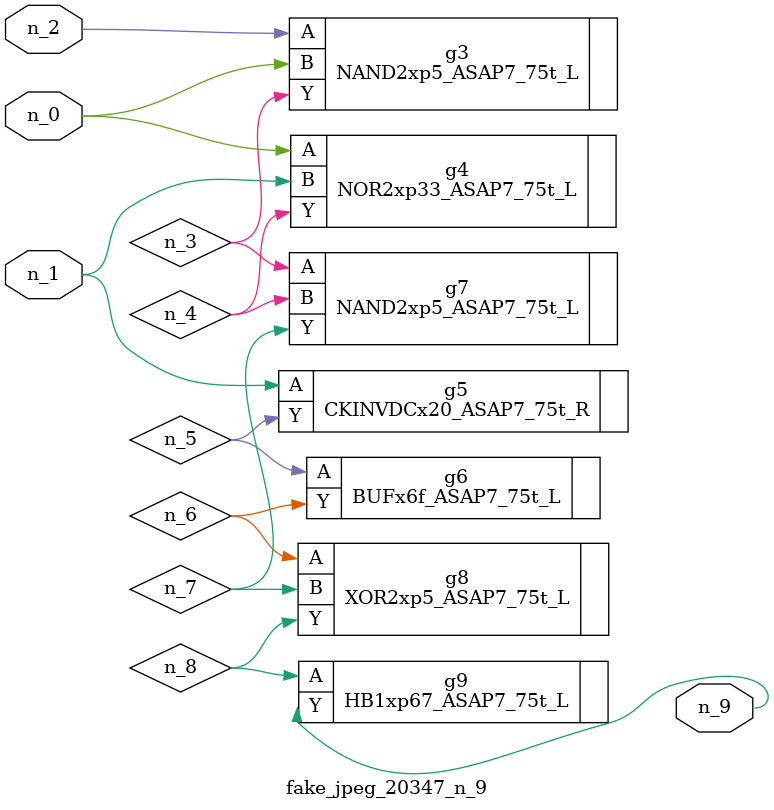
<source format=v>
module fake_jpeg_20347_n_9 (n_0, n_2, n_1, n_9);

input n_0;
input n_2;
input n_1;

output n_9;

wire n_3;
wire n_4;
wire n_8;
wire n_6;
wire n_5;
wire n_7;

NAND2xp5_ASAP7_75t_L g3 ( 
.A(n_2),
.B(n_0),
.Y(n_3)
);

NOR2xp33_ASAP7_75t_L g4 ( 
.A(n_0),
.B(n_1),
.Y(n_4)
);

CKINVDCx20_ASAP7_75t_R g5 ( 
.A(n_1),
.Y(n_5)
);

BUFx6f_ASAP7_75t_L g6 ( 
.A(n_5),
.Y(n_6)
);

XOR2xp5_ASAP7_75t_L g8 ( 
.A(n_6),
.B(n_7),
.Y(n_8)
);

NAND2xp5_ASAP7_75t_L g7 ( 
.A(n_3),
.B(n_4),
.Y(n_7)
);

HB1xp67_ASAP7_75t_L g9 ( 
.A(n_8),
.Y(n_9)
);


endmodule
</source>
